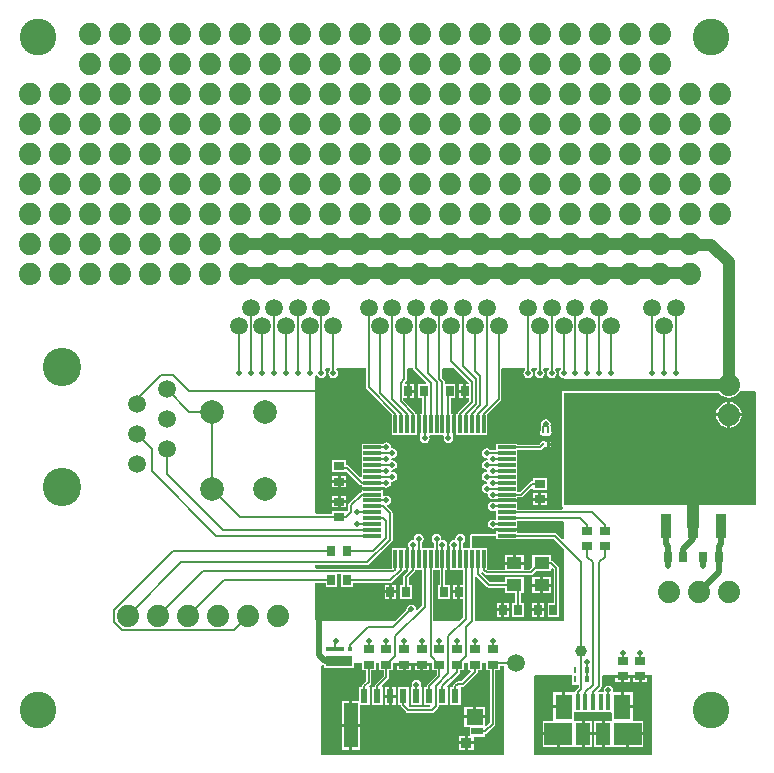
<source format=gtl>
G04 Layer_Physical_Order=1*
G04 Layer_Color=11767835*
%FSLAX25Y25*%
%MOIN*%
G70*
G01*
G75*
%ADD10C,0.05906*%
%ADD11C,0.00984*%
%ADD12R,0.01378X0.01181*%
%ADD13R,0.06201X0.01181*%
%ADD14R,0.08661X0.03740*%
%ADD15R,0.01181X0.05906*%
%ADD16R,0.05906X0.01181*%
%ADD17R,0.05118X0.04134*%
%ADD18R,0.03543X0.02756*%
%ADD19R,0.03937X0.02362*%
%ADD20R,0.03740X0.03347*%
%ADD21R,0.02362X0.04921*%
%ADD22R,0.04724X0.14921*%
%ADD23R,0.05709X0.05512*%
%ADD24R,0.09350X0.07480*%
%ADD25R,0.04626X0.07480*%
%ADD26R,0.01772X0.05433*%
%ADD27R,0.05807X0.08268*%
%ADD28R,0.00984X0.02461*%
%ADD29R,0.01772X0.02461*%
%ADD30R,0.02756X0.03543*%
%ADD31R,0.12795X0.08465*%
%ADD32R,0.03740X0.08465*%
%ADD33C,0.03937*%
%ADD34C,0.00591*%
%ADD35C,0.01969*%
%ADD36R,0.15748X0.11811*%
%ADD37C,0.07400*%
%ADD38C,0.12205*%
%ADD39C,0.12795*%
%ADD40C,0.07874*%
%ADD41C,0.01969*%
%ADD42C,0.03937*%
G36*
X143782Y50571D02*
X142212Y49001D01*
X141751Y49247D01*
X141763Y49309D01*
X141641Y49923D01*
X141293Y50444D01*
X140772Y50792D01*
X140157Y50914D01*
X139543Y50792D01*
X139022Y50444D01*
X138674Y49923D01*
X138552Y49309D01*
X138606Y49035D01*
X134847Y45276D01*
X108621D01*
X108268Y45629D01*
X108268Y58152D01*
X111614D01*
Y56693D01*
X115551D01*
Y61105D01*
X116732D01*
Y56693D01*
X120669D01*
Y58152D01*
X133268D01*
X133613Y58221D01*
X133906Y58416D01*
X137450Y61960D01*
X137645Y62253D01*
X137714Y62598D01*
X138818D01*
X139009Y62137D01*
X137747Y60875D01*
X137551Y60582D01*
X137483Y60236D01*
Y57480D01*
X136417D01*
Y52756D01*
X140354D01*
Y57480D01*
X139289D01*
Y59862D01*
X141387Y61960D01*
X141387Y61960D01*
X141582Y62253D01*
X141594Y62310D01*
X141651Y62598D01*
X143782D01*
Y50571D01*
D02*
G37*
G36*
X164961Y28937D02*
X166420D01*
Y11595D01*
X165264Y10439D01*
X164764Y10646D01*
Y13083D01*
X157874D01*
Y10236D01*
X159646D01*
Y7087D01*
X159063D01*
Y5323D01*
X161024D01*
Y6890D01*
X164764D01*
Y7758D01*
X164764D01*
X165109Y7827D01*
X165402Y8023D01*
X167962Y10582D01*
X168157Y10875D01*
X168226Y11220D01*
Y28937D01*
X169685D01*
Y30593D01*
X171260D01*
Y903D01*
X110236D01*
Y30545D01*
X110736Y30812D01*
X110901Y30702D01*
X111003Y30681D01*
X111221Y30638D01*
Y29724D01*
X121063D01*
Y31496D01*
X123622D01*
Y28937D01*
X125081D01*
Y25374D01*
X123968Y24261D01*
X123772Y23968D01*
X123703Y23622D01*
Y23425D01*
X122835D01*
Y18661D01*
X120579D01*
Y11110D01*
X123031D01*
Y17323D01*
X126378D01*
Y23425D01*
X126340D01*
X126149Y23887D01*
X126623Y24361D01*
X126623Y24361D01*
X126819Y24654D01*
X126830Y24712D01*
X126887Y25000D01*
X126887Y25000D01*
Y28937D01*
X128346D01*
Y31496D01*
X129527D01*
Y28937D01*
X130987D01*
Y27146D01*
X128298Y24457D01*
X128103Y24164D01*
X128034Y23819D01*
Y23425D01*
X127165D01*
Y17323D01*
X130709D01*
Y23425D01*
X130528D01*
X130321Y23925D01*
X132528Y26133D01*
X132724Y26426D01*
X132793Y26772D01*
Y28937D01*
X134252D01*
Y31496D01*
X135433D01*
Y31405D01*
X137795D01*
X140157D01*
Y31496D01*
X141339D01*
Y31405D01*
X143701D01*
X146063D01*
Y31496D01*
X147244D01*
Y28937D01*
X148703D01*
Y27343D01*
X145621Y24261D01*
X145425Y23968D01*
X145357Y23622D01*
Y23425D01*
X144488D01*
Y17323D01*
X146318D01*
X146568Y16823D01*
X146439Y16651D01*
X139557D01*
X139394Y16848D01*
X139370Y17323D01*
X139370D01*
X139370Y17323D01*
Y23425D01*
X135827D01*
Y17323D01*
X136695D01*
X136764Y16977D01*
X136960Y16684D01*
X138535Y15109D01*
X138828Y14914D01*
X139173Y14845D01*
X139173Y14845D01*
X147047D01*
X147393Y14914D01*
X147686Y15109D01*
X149064Y16487D01*
X149260Y16780D01*
X149328Y17126D01*
Y17323D01*
X152362D01*
Y23425D01*
X152324D01*
X152133Y23887D01*
X156150Y27905D01*
X156346Y28198D01*
X156415Y28543D01*
Y28937D01*
X157874D01*
Y31496D01*
X159055D01*
Y28937D01*
X159827D01*
X160034Y28437D01*
X156909Y25313D01*
X155709D01*
X155363Y25244D01*
X155070Y25048D01*
X154283Y24261D01*
X154087Y23968D01*
X154018Y23622D01*
Y23425D01*
X153150D01*
Y17323D01*
X156693D01*
Y23425D01*
X157159Y23506D01*
X157283D01*
X157629Y23575D01*
X157922Y23771D01*
X162056Y27905D01*
X162252Y28198D01*
X162320Y28543D01*
Y28937D01*
X163779D01*
Y31496D01*
X164961D01*
Y28937D01*
D02*
G37*
G36*
X168504Y72638D02*
X175591D01*
Y72916D01*
X187618D01*
X190945Y69589D01*
Y45276D01*
X161498D01*
X161336Y45472D01*
Y60124D01*
X161545Y60251D01*
X161836Y60312D01*
X165306Y56842D01*
X165599Y56646D01*
X165657Y56634D01*
X165945Y56577D01*
X165945Y56577D01*
X171457D01*
Y54724D01*
X174884D01*
Y51575D01*
X173819D01*
Y46850D01*
X177756D01*
Y51575D01*
X176691D01*
Y54724D01*
X177756D01*
Y60039D01*
X171457D01*
Y58384D01*
X166319D01*
X163449Y61253D01*
X163472Y61512D01*
X163990Y61701D01*
X164716Y60975D01*
X165009Y60780D01*
X165354Y60711D01*
X180118D01*
X180464Y60780D01*
X180757Y60975D01*
X181789Y62008D01*
X186811D01*
Y62833D01*
X187273Y63024D01*
X187680Y62618D01*
Y51575D01*
X185630D01*
Y46850D01*
X189567D01*
Y51575D01*
X189486D01*
Y62992D01*
X189417Y63338D01*
X189221Y63631D01*
X189221Y63631D01*
X187548Y65304D01*
X187255Y65500D01*
X186909Y65569D01*
X186811D01*
Y67323D01*
X180512D01*
Y63285D01*
X179744Y62517D01*
X177756D01*
Y64165D01*
X174606D01*
X171457D01*
Y62517D01*
X165728D01*
X165551Y62695D01*
Y69685D01*
X160433D01*
Y73819D01*
X168504D01*
Y72638D01*
D02*
G37*
G36*
X255002Y121694D02*
Y84055D01*
X190945D01*
Y121592D01*
X242635D01*
X243003Y121113D01*
X243899Y120425D01*
X244943Y119993D01*
X246063Y119846D01*
X247183Y119993D01*
X248227Y120425D01*
X249123Y121113D01*
X249811Y122009D01*
X249826Y122047D01*
X254649D01*
X255002Y121694D01*
D02*
G37*
G36*
X193799Y27559D02*
Y27262D01*
Y24215D01*
X195947D01*
Y23209D01*
X195031Y22292D01*
X194862Y22039D01*
X194587Y21654D01*
Y21654D01*
X191593D01*
Y16929D01*
X191093D01*
Y16429D01*
X187598D01*
Y12705D01*
X187598Y12205D01*
X187098Y12205D01*
X187098D01*
X184006D01*
Y8374D01*
X189272D01*
Y7874D01*
X189772D01*
Y3543D01*
X194037D01*
X194537Y3543D01*
X194537D01*
X195037Y3543D01*
X196941D01*
Y7874D01*
Y12205D01*
X195087D01*
X195037D01*
X194971D01*
X194587Y12205D01*
Y12289D01*
Y12426D01*
X194587Y12684D01*
Y12705D01*
Y15000D01*
X206635D01*
X206988Y14646D01*
Y12705D01*
Y12684D01*
X206988Y12426D01*
Y12289D01*
Y12205D01*
X206604Y12205D01*
X206537D01*
X206488D01*
X206488D01*
X204634D01*
Y7874D01*
Y3543D01*
X206537D01*
X207037Y3543D01*
X207037D01*
X207537Y3543D01*
X211803D01*
Y7874D01*
X212303D01*
Y8374D01*
X217569D01*
Y12205D01*
X214476D01*
X213976Y12205D01*
X213976Y12705D01*
Y16429D01*
X210482D01*
Y16929D01*
X209982D01*
Y21654D01*
X207829D01*
X207454Y22153D01*
X207511Y22441D01*
X207389Y23055D01*
X207041Y23576D01*
X206520Y23924D01*
X205906Y24047D01*
X205291Y23924D01*
X204770Y23576D01*
X204422Y23055D01*
X204300Y22441D01*
X204365Y22114D01*
X204008Y21614D01*
X202679D01*
X202487Y22076D01*
X203395Y22983D01*
X203590Y23276D01*
X203659Y23622D01*
Y24215D01*
X203839D01*
Y27059D01*
X204216Y27559D01*
X208268D01*
Y27468D01*
X210630D01*
X213255D01*
X213346Y27559D01*
X214173D01*
Y27468D01*
X216535D01*
X219161D01*
X219251Y27559D01*
X220472D01*
Y903D01*
X181102D01*
Y27206D01*
X181456Y27559D01*
X193799D01*
D02*
G37*
G36*
X113270Y129921D02*
Y129243D01*
X113038Y129088D01*
X112690Y128567D01*
X112568Y127953D01*
X112690Y127338D01*
X113038Y126817D01*
X113559Y126469D01*
X114173Y126347D01*
X114788Y126469D01*
X115309Y126817D01*
X115657Y127338D01*
X115779Y127953D01*
X115657Y128567D01*
X115309Y129088D01*
X115239Y129135D01*
X115211Y129512D01*
X115600Y129921D01*
X125081D01*
Y123425D01*
X125150Y123080D01*
X125346Y122787D01*
X133661Y114471D01*
Y107480D01*
X142217D01*
Y111024D01*
Y114567D01*
X141651D01*
Y114567D01*
X141582Y114913D01*
X141387Y115206D01*
X137517Y119075D01*
Y119685D01*
X138673D01*
Y122047D01*
Y124409D01*
X138205D01*
X137998Y124909D01*
X138434Y125346D01*
X138434Y125346D01*
X138630Y125639D01*
X138641Y125696D01*
X138698Y125984D01*
X138698Y125984D01*
Y129568D01*
X139052Y129921D01*
X140829D01*
Y129724D01*
X140898Y129379D01*
X141094Y129086D01*
X145270Y124909D01*
X145063Y124409D01*
X142323D01*
Y119685D01*
X143782D01*
Y114567D01*
X143217D01*
Y111024D01*
Y107036D01*
X143246Y106980D01*
X143202Y106914D01*
X143079Y106299D01*
X143202Y105685D01*
X143550Y105164D01*
X144071Y104816D01*
X144685Y104694D01*
X145299Y104816D01*
X145820Y105164D01*
X146168Y105685D01*
X146291Y106299D01*
X146168Y106914D01*
X146124Y106980D01*
X146391Y107480D01*
X150853D01*
X151120Y106980D01*
X151076Y106914D01*
X150953Y106299D01*
X151076Y105685D01*
X151424Y105164D01*
X151945Y104816D01*
X152559Y104694D01*
X153173Y104816D01*
X153694Y105164D01*
X154042Y105685D01*
X154165Y106299D01*
X154042Y106914D01*
X153998Y106980D01*
X154028Y107036D01*
Y111024D01*
Y114567D01*
X153462D01*
Y119685D01*
X154921D01*
Y124409D01*
X151494D01*
Y125000D01*
X151494Y125000D01*
X151436Y125288D01*
X151425Y125346D01*
X151229Y125639D01*
X151229Y125639D01*
X150510Y126358D01*
Y129568D01*
X150863Y129921D01*
X154431D01*
X159443Y124909D01*
X159321Y124409D01*
X158571D01*
Y122047D01*
Y119685D01*
X159530D01*
Y118878D01*
X155857Y115206D01*
X155662Y114913D01*
X155593Y114567D01*
Y114567D01*
X155028D01*
Y111024D01*
Y107480D01*
X165551D01*
Y114471D01*
X169930Y118850D01*
X170126Y119143D01*
X170137Y119200D01*
X170194Y119488D01*
X170194Y119488D01*
Y129568D01*
X170548Y129921D01*
X178231D01*
Y129243D01*
X177998Y129088D01*
X177650Y128567D01*
X177528Y127953D01*
X177650Y127338D01*
X177998Y126817D01*
X178519Y126469D01*
X179134Y126347D01*
X179748Y126469D01*
X180269Y126817D01*
X180617Y127338D01*
X180739Y127953D01*
X180617Y128567D01*
X180269Y129088D01*
X180199Y129135D01*
X180172Y129512D01*
X180560Y129921D01*
X182168D01*
Y129243D01*
X181936Y129088D01*
X181587Y128567D01*
X181465Y127953D01*
X181587Y127338D01*
X181936Y126817D01*
X182456Y126469D01*
X183071Y126347D01*
X183685Y126469D01*
X184206Y126817D01*
X184554Y127338D01*
X184677Y127953D01*
X184554Y128567D01*
X184206Y129088D01*
X184136Y129135D01*
X184109Y129512D01*
X184497Y129921D01*
X186105D01*
Y129243D01*
X185872Y129088D01*
X185524Y128567D01*
X185402Y127953D01*
X185524Y127338D01*
X185872Y126817D01*
X186393Y126469D01*
X187008Y126347D01*
X187622Y126469D01*
X188143Y126817D01*
X188491Y127338D01*
X188613Y127953D01*
X188491Y128567D01*
X188143Y129088D01*
X188073Y129135D01*
X188046Y129512D01*
X188434Y129921D01*
X190042D01*
Y129243D01*
X189810Y129088D01*
X189461Y128567D01*
X189339Y127953D01*
X189461Y127338D01*
X189810Y126817D01*
X190330Y126469D01*
X190945Y126347D01*
X190945Y126347D01*
Y122231D01*
X190945D01*
X190493Y122044D01*
X190306Y121592D01*
Y84055D01*
X190493Y83603D01*
X190729Y83505D01*
X190840Y82954D01*
X190577Y82596D01*
X175591D01*
Y84449D01*
Y85130D01*
X172047D01*
X168059D01*
X168004Y85100D01*
X167937Y85145D01*
X167323Y85267D01*
X166708Y85145D01*
X166188Y84797D01*
X165839Y84276D01*
X165717Y83661D01*
X165839Y83047D01*
X166188Y82526D01*
X166708Y82178D01*
X167323Y82056D01*
X167937Y82178D01*
X168004Y82222D01*
X168504Y81955D01*
Y80512D01*
Y79462D01*
X168004Y79195D01*
X167937Y79239D01*
X167323Y79362D01*
X166708Y79239D01*
X166188Y78891D01*
X165839Y78370D01*
X165717Y77756D01*
X165839Y77141D01*
X166188Y76621D01*
X166708Y76272D01*
X167323Y76150D01*
X167937Y76272D01*
X168004Y76317D01*
X168059Y76287D01*
X172047D01*
X175591D01*
Y76575D01*
Y78543D01*
Y78821D01*
X190591D01*
X190945Y78468D01*
Y72797D01*
X190483Y72605D01*
X188631Y74458D01*
X188338Y74653D01*
X187992Y74722D01*
X175591D01*
Y75287D01*
X172047D01*
X168504D01*
Y74606D01*
Y74458D01*
X160433D01*
X159981Y74271D01*
X159794Y73819D01*
Y69685D01*
X157399D01*
Y71544D01*
X157631Y71699D01*
X157980Y72220D01*
X158102Y72835D01*
X157980Y73449D01*
X157631Y73970D01*
X157111Y74318D01*
X156496Y74440D01*
X155882Y74318D01*
X155361Y73970D01*
X155013Y73449D01*
X154890Y72835D01*
X154893Y72823D01*
X154539Y72470D01*
X154528Y72472D01*
X153913Y72350D01*
X153392Y72001D01*
X153044Y71481D01*
X152922Y70866D01*
X153044Y70252D01*
X153089Y70185D01*
X153059Y70130D01*
Y66142D01*
Y62598D01*
X157561D01*
Y57480D01*
X156602D01*
Y55118D01*
Y52756D01*
X157561D01*
Y46634D01*
X156203Y45276D01*
X147557D01*
Y62598D01*
X149687D01*
Y57480D01*
X149016D01*
Y52756D01*
X152953D01*
Y57480D01*
X151494D01*
Y62598D01*
X152059D01*
Y66142D01*
Y70130D01*
X152029Y70185D01*
X152074Y70252D01*
X152196Y70866D01*
X152074Y71481D01*
X151726Y72001D01*
X151205Y72350D01*
X150591Y72472D01*
X150579Y72470D01*
X150225Y72823D01*
X150228Y72835D01*
X150106Y73449D01*
X149757Y73970D01*
X149237Y74318D01*
X148622Y74440D01*
X148008Y74318D01*
X147487Y73970D01*
X147139Y73449D01*
X147016Y72835D01*
X147139Y72220D01*
X147487Y71699D01*
X147719Y71544D01*
Y69685D01*
X143620D01*
Y71544D01*
X143852Y71699D01*
X144200Y72220D01*
X144322Y72835D01*
X144200Y73449D01*
X143852Y73970D01*
X143331Y74318D01*
X142717Y74440D01*
X142102Y74318D01*
X141581Y73970D01*
X141233Y73449D01*
X141125Y72907D01*
X141020Y72730D01*
X140853Y72562D01*
X140676Y72457D01*
X140134Y72350D01*
X139613Y72001D01*
X139265Y71481D01*
X139142Y70866D01*
X139265Y70252D01*
X139309Y70185D01*
X139279Y70130D01*
Y66142D01*
X138279D01*
Y69685D01*
X133661D01*
Y62911D01*
X108621D01*
X108268Y63265D01*
Y64057D01*
X125591D01*
X125936Y64126D01*
X126229Y64322D01*
X133710Y71802D01*
X133905Y72095D01*
X133974Y72441D01*
Y81299D01*
X133905Y81645D01*
X133710Y81938D01*
X132093Y83555D01*
X132257Y84097D01*
X132504Y84146D01*
X133025Y84495D01*
X133373Y85015D01*
X133495Y85630D01*
X133373Y86244D01*
X133025Y86765D01*
X132504Y87113D01*
X131890Y87236D01*
X131275Y87113D01*
X131209Y87069D01*
X130709Y87336D01*
Y88386D01*
Y89067D01*
X127165D01*
X123622D01*
Y88502D01*
X123622D01*
X123276Y88433D01*
X122983Y88237D01*
X119440Y84694D01*
X119244Y84401D01*
X119176Y84055D01*
Y82301D01*
X118977Y82152D01*
X118504Y82087D01*
Y82087D01*
X113779D01*
Y81021D01*
X108621D01*
X108268Y81375D01*
X108268Y127159D01*
X108730Y127323D01*
X108768Y127316D01*
X109101Y126817D01*
X109622Y126469D01*
X110236Y126347D01*
X110851Y126469D01*
X111372Y126817D01*
X111720Y127338D01*
X111842Y127953D01*
X111720Y128567D01*
X111372Y129088D01*
X111302Y129135D01*
X111275Y129512D01*
X111662Y129921D01*
X113270D01*
D02*
G37*
%LPC*%
G36*
X137295Y30406D02*
X135433D01*
Y28937D01*
X137295D01*
Y30406D01*
D02*
G37*
G36*
X218898Y26469D02*
X217035D01*
Y25000D01*
X218898D01*
Y26469D01*
D02*
G37*
G36*
X143201Y30406D02*
X141339D01*
Y28937D01*
X143201D01*
Y30406D01*
D02*
G37*
G36*
X140157Y30406D02*
X138295D01*
Y28937D01*
X140157D01*
Y30406D01*
D02*
G37*
G36*
X212992Y26469D02*
X211130D01*
Y25000D01*
X212992D01*
Y26469D01*
D02*
G37*
G36*
X135039Y23425D02*
X133768D01*
Y20874D01*
X135039D01*
Y23425D01*
D02*
G37*
G36*
X216035Y26469D02*
X214173D01*
Y25000D01*
X216035D01*
Y26469D01*
D02*
G37*
G36*
X210130Y26469D02*
X208268D01*
Y25000D01*
X210130D01*
Y26469D01*
D02*
G37*
G36*
X172638Y51575D02*
X171169D01*
Y49713D01*
X172638D01*
Y51575D01*
D02*
G37*
G36*
X170169D02*
X168701D01*
Y49713D01*
X170169D01*
Y51575D01*
D02*
G37*
G36*
X184449D02*
X182980D01*
Y49713D01*
X184449D01*
Y51575D01*
D02*
G37*
G36*
X181980D02*
X180512D01*
Y49713D01*
X181980D01*
Y51575D01*
D02*
G37*
G36*
X184449Y48713D02*
X182980D01*
Y46850D01*
X184449D01*
Y48713D01*
D02*
G37*
G36*
X170169D02*
X168701D01*
Y46850D01*
X170169D01*
Y48713D01*
D02*
G37*
G36*
X146063Y30406D02*
X144201D01*
Y28937D01*
X146063D01*
Y30406D01*
D02*
G37*
G36*
X181980Y48713D02*
X180512D01*
Y46850D01*
X181980D01*
Y48713D01*
D02*
G37*
G36*
X172638D02*
X171169D01*
Y46850D01*
X172638D01*
Y48713D01*
D02*
G37*
G36*
X132768Y23425D02*
X131496D01*
Y20874D01*
X132768D01*
Y23425D01*
D02*
G37*
G36*
X200344Y7374D02*
X197941D01*
Y3543D01*
X200344D01*
Y7374D01*
D02*
G37*
G36*
X203634D02*
X201230D01*
Y3543D01*
X203634D01*
Y7374D01*
D02*
G37*
G36*
X158063Y7087D02*
X156102D01*
Y5323D01*
X158063D01*
Y7087D01*
D02*
G37*
G36*
X217569Y7374D02*
X212803D01*
Y3543D01*
X217569D01*
Y7374D01*
D02*
G37*
G36*
X188772Y7374D02*
X184006D01*
Y3543D01*
X188772D01*
Y7374D01*
D02*
G37*
G36*
X161024Y4323D02*
X159063D01*
Y2559D01*
X161024D01*
Y4323D01*
D02*
G37*
G36*
X158063D02*
X156102D01*
Y2559D01*
X158063D01*
Y4323D01*
D02*
G37*
G36*
X123031Y10110D02*
X120579D01*
Y2559D01*
X123031D01*
Y10110D01*
D02*
G37*
G36*
X119579D02*
X117126D01*
Y2559D01*
X119579D01*
Y10110D01*
D02*
G37*
G36*
X203634Y12205D02*
X201230D01*
Y8374D01*
X203634D01*
Y12205D01*
D02*
G37*
G36*
X141929Y25818D02*
X141315Y25696D01*
X140794Y25348D01*
X140446Y24827D01*
X140323Y24213D01*
X140381Y23925D01*
X140157Y23425D01*
X140157D01*
X140157Y23425D01*
Y17323D01*
X143701D01*
Y23425D01*
X143701Y23425D01*
X143701D01*
X143478Y23925D01*
X143535Y24213D01*
X143413Y24827D01*
X143064Y25348D01*
X142544Y25696D01*
X141929Y25818D01*
D02*
G37*
G36*
X135039Y19874D02*
X133768D01*
Y17323D01*
X135039D01*
Y19874D01*
D02*
G37*
G36*
X213976Y21654D02*
X210982D01*
Y17429D01*
X213976D01*
Y21654D01*
D02*
G37*
G36*
X190593D02*
X187598D01*
Y17429D01*
X190593D01*
Y21654D01*
D02*
G37*
G36*
X132768Y19874D02*
X131496D01*
Y17323D01*
X132768D01*
Y19874D01*
D02*
G37*
G36*
X119579Y18661D02*
X117126D01*
Y11110D01*
X119579D01*
Y18661D01*
D02*
G37*
G36*
X200344Y12205D02*
X197941D01*
Y8374D01*
X200344D01*
Y12205D01*
D02*
G37*
G36*
X164764Y16929D02*
X161819D01*
Y14083D01*
X164764D01*
Y16929D01*
D02*
G37*
G36*
X160819D02*
X157874D01*
Y14083D01*
X160819D01*
Y16929D01*
D02*
G37*
G36*
X155602Y54618D02*
X154134D01*
Y52756D01*
X155602D01*
Y54618D01*
D02*
G37*
G36*
X233752Y104823D02*
X227264D01*
Y100500D01*
X233752D01*
Y104823D01*
D02*
G37*
G36*
X131890Y104952D02*
X131275Y104830D01*
X131131Y104734D01*
X130709Y104528D01*
X130709D01*
X130709Y104527D01*
X130709Y104527D01*
X123622D01*
Y102165D01*
Y100197D01*
Y98228D01*
Y96260D01*
Y94291D01*
Y93466D01*
X123160Y93275D01*
X119339Y97095D01*
X119046Y97291D01*
X118701Y97360D01*
X118504D01*
Y99016D01*
X113779D01*
Y95079D01*
X118504D01*
X118504Y95079D01*
Y95079D01*
X118953Y94927D01*
X122983Y90897D01*
X123276Y90701D01*
X123334Y90690D01*
X123622Y90632D01*
Y90354D01*
Y90067D01*
X127165D01*
X131153D01*
X131209Y90096D01*
X131275Y90052D01*
X131890Y89930D01*
X132504Y90052D01*
X133025Y90400D01*
X133373Y90921D01*
X133481Y91464D01*
X133586Y91640D01*
X133847Y91901D01*
X133858Y91898D01*
X134473Y92020D01*
X134994Y92369D01*
X135342Y92889D01*
X135464Y93504D01*
X135342Y94118D01*
X134994Y94639D01*
X134473Y94987D01*
X133858Y95110D01*
X133847Y95107D01*
X133586Y95368D01*
X133524Y95473D01*
X133586Y95577D01*
X133847Y95838D01*
X133858Y95835D01*
X134473Y95957D01*
X134994Y96306D01*
X135342Y96826D01*
X135464Y97441D01*
X135342Y98055D01*
X134994Y98576D01*
X134473Y98924D01*
X133858Y99047D01*
X133847Y99044D01*
X133586Y99305D01*
X133524Y99410D01*
X133586Y99514D01*
X133847Y99775D01*
X133858Y99772D01*
X134473Y99894D01*
X134994Y100243D01*
X135342Y100763D01*
X135464Y101378D01*
X135342Y101992D01*
X134994Y102513D01*
X134473Y102861D01*
X133858Y102984D01*
X133847Y102981D01*
X133586Y103242D01*
X133481Y103418D01*
X133373Y103961D01*
X133025Y104482D01*
X132504Y104830D01*
X131890Y104952D01*
D02*
G37*
G36*
X241240Y104823D02*
X234752D01*
Y100500D01*
X241240D01*
Y104823D01*
D02*
G37*
G36*
X184232Y105435D02*
X184199Y105428D01*
X184199D01*
D01*
X183810Y105351D01*
X183752Y105312D01*
X183452Y105111D01*
X183212Y104753D01*
X183171Y104547D01*
X182874Y104250D01*
X175591D01*
Y104527D01*
X168504D01*
Y102281D01*
X166645D01*
X166490Y102513D01*
X165969Y102861D01*
X165354Y102984D01*
X164740Y102861D01*
X164219Y102513D01*
X163871Y101992D01*
X163749Y101378D01*
X163871Y100763D01*
X164219Y100243D01*
X164740Y99894D01*
X165354Y99772D01*
X165366Y99775D01*
X165719Y99421D01*
X165717Y99410D01*
X165719Y99398D01*
X165366Y99044D01*
X165354Y99047D01*
X164740Y98924D01*
X164219Y98576D01*
X163871Y98055D01*
X163749Y97441D01*
X163871Y96826D01*
X164219Y96306D01*
X164740Y95957D01*
X165354Y95835D01*
X165404Y95472D01*
X165354Y95110D01*
X164740Y94987D01*
X164219Y94639D01*
X163871Y94118D01*
X163749Y93504D01*
X163871Y92889D01*
X164219Y92369D01*
X164740Y92020D01*
X165354Y91898D01*
X165404Y91535D01*
X165354Y91173D01*
X164740Y91050D01*
X164219Y90702D01*
X163871Y90181D01*
X163749Y89567D01*
X163871Y88952D01*
X164219Y88432D01*
X164740Y88083D01*
X165354Y87961D01*
X165366Y87964D01*
X165719Y87610D01*
X165717Y87598D01*
X165839Y86984D01*
X166188Y86463D01*
X166708Y86115D01*
X167323Y85993D01*
X167937Y86115D01*
X168004Y86159D01*
X168059Y86130D01*
X172047D01*
X175591D01*
Y86417D01*
Y86695D01*
X176772D01*
X177117Y86764D01*
X177410Y86960D01*
X180209Y89758D01*
X180709Y89551D01*
Y89173D01*
X185433D01*
Y93110D01*
X180709D01*
Y92337D01*
X180315Y92045D01*
X180027Y91988D01*
X179969Y91976D01*
X179676Y91780D01*
X176398Y88502D01*
X175591D01*
Y90354D01*
Y92323D01*
Y94291D01*
Y96260D01*
Y98228D01*
Y100197D01*
Y102165D01*
Y102443D01*
X183248D01*
X183594Y102512D01*
X183887Y102708D01*
X184234Y103056D01*
X184655Y103311D01*
D01*
X185039Y103486D01*
X185346Y103346D01*
Y104331D01*
Y105315D01*
X185039Y105176D01*
X184687Y105336D01*
X184655Y105351D01*
X184655D01*
X184654Y105351D01*
X184232Y105435D01*
D02*
G37*
G36*
X186814Y103831D02*
X186346D01*
Y103363D01*
X186627Y103550D01*
X186814Y103831D01*
D02*
G37*
G36*
X115642Y93898D02*
X113779D01*
Y92429D01*
X115642D01*
Y93898D01*
D02*
G37*
G36*
X118504Y91429D02*
X116642D01*
Y89961D01*
X118504D01*
Y91429D01*
D02*
G37*
G36*
Y93898D02*
X116642D01*
Y92429D01*
X118504D01*
Y93898D01*
D02*
G37*
G36*
X241240Y99500D02*
X234752D01*
Y95177D01*
X241240D01*
Y99500D01*
D02*
G37*
G36*
X233752D02*
X227264D01*
Y95177D01*
X233752D01*
Y99500D01*
D02*
G37*
G36*
X141142Y121547D02*
X139673D01*
Y119685D01*
X141142D01*
Y121547D01*
D02*
G37*
G36*
X246563Y118435D02*
Y114673D01*
X250325D01*
X250243Y115293D01*
X249811Y116337D01*
X249123Y117233D01*
X248227Y117921D01*
X247183Y118353D01*
X246563Y118435D01*
D02*
G37*
G36*
X157571Y121547D02*
X156102D01*
Y119685D01*
X157571D01*
Y121547D01*
D02*
G37*
G36*
Y124409D02*
X156102D01*
Y122547D01*
X157571D01*
Y124409D01*
D02*
G37*
G36*
X141142Y124409D02*
X139673D01*
Y122547D01*
X141142D01*
Y124409D01*
D02*
G37*
G36*
X185039Y112629D02*
X184425Y112507D01*
X183904Y112159D01*
X183556Y111638D01*
X183434Y111024D01*
X183496Y110709D01*
X183398Y110562D01*
X183329Y110216D01*
Y108865D01*
X183212Y108690D01*
X183128Y108268D01*
X183212Y107845D01*
X183452Y107487D01*
X183752Y107287D01*
X183810Y107248D01*
X184199Y107170D01*
D01*
D01*
X184199D01*
X184232Y107164D01*
X184654Y107248D01*
X184655Y107248D01*
X184655D01*
X184687Y107263D01*
X185039Y107423D01*
X185392Y107263D01*
X185424Y107248D01*
X185424D01*
X185425Y107248D01*
X185846Y107164D01*
X185880Y107170D01*
X185880D01*
D01*
X186269Y107248D01*
X186327Y107287D01*
X186627Y107487D01*
X186866Y107845D01*
X186950Y108268D01*
X186866Y108690D01*
X186750Y108865D01*
Y110216D01*
X186750Y110216D01*
X186681Y110562D01*
X186583Y110709D01*
X186645Y111024D01*
X186523Y111638D01*
X186175Y112159D01*
X185654Y112507D01*
X185039Y112629D01*
D02*
G37*
G36*
X186346Y105299D02*
Y104831D01*
X186814D01*
X186627Y105111D01*
X186346Y105299D01*
D02*
G37*
G36*
X245563Y113673D02*
X241801D01*
X241883Y113053D01*
X242315Y112009D01*
X243003Y111113D01*
X243899Y110425D01*
X244943Y109993D01*
X245563Y109912D01*
Y113673D01*
D02*
G37*
G36*
Y118435D02*
X244943Y118353D01*
X243899Y117921D01*
X243003Y117233D01*
X242315Y116337D01*
X241883Y115293D01*
X241801Y114673D01*
X245563D01*
Y118435D01*
D02*
G37*
G36*
X250325Y113673D02*
X246563D01*
Y109912D01*
X247183Y109993D01*
X248227Y110425D01*
X249123Y111113D01*
X249811Y112009D01*
X250243Y113053D01*
X250325Y113673D01*
D02*
G37*
G36*
X155602Y57480D02*
X154134D01*
Y55618D01*
X155602D01*
Y57480D01*
D02*
G37*
G36*
X135236Y57480D02*
X133768D01*
Y55618D01*
X135236D01*
Y57480D01*
D02*
G37*
G36*
X183161Y60039D02*
X180512D01*
Y57882D01*
X183161D01*
Y60039D01*
D02*
G37*
G36*
X174106Y67323D02*
X171457D01*
Y65165D01*
X174106D01*
Y67323D01*
D02*
G37*
G36*
X186811Y60039D02*
X184161D01*
Y57882D01*
X186811D01*
Y60039D01*
D02*
G37*
G36*
X135236Y54618D02*
X133768D01*
Y52756D01*
X135236D01*
Y54618D01*
D02*
G37*
G36*
X132768D02*
X131299D01*
Y52756D01*
X132768D01*
Y54618D01*
D02*
G37*
G36*
X183161Y56882D02*
X180512D01*
Y54724D01*
X183161D01*
Y56882D01*
D02*
G37*
G36*
X132768Y57480D02*
X131299D01*
Y55618D01*
X132768D01*
Y57480D01*
D02*
G37*
G36*
X186811Y56882D02*
X184161D01*
Y54724D01*
X186811D01*
Y56882D01*
D02*
G37*
G36*
X118504Y87205D02*
X116642D01*
Y85736D01*
X118504D01*
Y87205D01*
D02*
G37*
G36*
X115642D02*
X113779D01*
Y85736D01*
X115642D01*
Y87205D01*
D02*
G37*
G36*
X182571Y87992D02*
X180709D01*
Y86524D01*
X182571D01*
Y87992D01*
D02*
G37*
G36*
X115642Y91429D02*
X113779D01*
Y89961D01*
X115642D01*
Y91429D01*
D02*
G37*
G36*
X185433Y87992D02*
X183571D01*
Y86524D01*
X185433D01*
Y87992D01*
D02*
G37*
G36*
X115642Y84736D02*
X113779D01*
Y83268D01*
X115642D01*
Y84736D01*
D02*
G37*
G36*
X177756Y67323D02*
X175106D01*
Y65165D01*
X177756D01*
Y67323D01*
D02*
G37*
G36*
X118504Y84736D02*
X116642D01*
Y83268D01*
X118504D01*
Y84736D01*
D02*
G37*
G36*
X185433Y85524D02*
X183571D01*
Y84055D01*
X185433D01*
Y85524D01*
D02*
G37*
G36*
X182571D02*
X180709D01*
Y84055D01*
X182571D01*
Y85524D01*
D02*
G37*
%LPD*%
D10*
X228346Y149606D02*
D03*
X175197Y31496D02*
D03*
X125984Y149606D02*
D03*
X129921Y143701D02*
D03*
X133858Y149606D02*
D03*
X137795Y143701D02*
D03*
X141732Y149606D02*
D03*
X145669Y143701D02*
D03*
X149606Y149606D02*
D03*
X153543Y143701D02*
D03*
X157480Y149606D02*
D03*
X161417Y143701D02*
D03*
X165354Y149606D02*
D03*
X169291Y143701D02*
D03*
X114173D02*
D03*
X110236Y149606D02*
D03*
X86614D02*
D03*
X82677Y143701D02*
D03*
X102362Y149606D02*
D03*
X94488D02*
D03*
X106299Y143701D02*
D03*
X98425D02*
D03*
X90551D02*
D03*
X206693D02*
D03*
X202756Y149606D02*
D03*
X198819Y143701D02*
D03*
X194882Y149606D02*
D03*
X190945Y143701D02*
D03*
X187008Y149606D02*
D03*
X183071Y143701D02*
D03*
X179134Y149606D02*
D03*
X224409Y143701D02*
D03*
X220472Y149606D02*
D03*
X58622Y122736D02*
D03*
X48622Y117736D02*
D03*
X58622Y112736D02*
D03*
X48622Y107736D02*
D03*
X58622Y102736D02*
D03*
X48622Y97736D02*
D03*
D11*
X185846Y108268D02*
D03*
Y104331D02*
D03*
X184232D02*
D03*
Y108268D02*
D03*
D12*
X119783Y36024D02*
D03*
D13*
X114917D02*
D03*
D14*
X116142Y32185D02*
D03*
D15*
X134843Y111024D02*
D03*
X136811D02*
D03*
X138779D02*
D03*
X140748D02*
D03*
X142717D02*
D03*
X144685D02*
D03*
X146653D02*
D03*
X148622D02*
D03*
X150591D02*
D03*
X152559D02*
D03*
X154528D02*
D03*
X156496D02*
D03*
X158465D02*
D03*
X160433D02*
D03*
X162402D02*
D03*
X164370D02*
D03*
X134843Y66142D02*
D03*
X136811D02*
D03*
X138779D02*
D03*
X140748D02*
D03*
X142717D02*
D03*
X144685D02*
D03*
X146653D02*
D03*
X148622D02*
D03*
X150591D02*
D03*
X152559D02*
D03*
X154528D02*
D03*
X156496D02*
D03*
X158465D02*
D03*
X160433D02*
D03*
X162402D02*
D03*
X164370D02*
D03*
D16*
X172047Y103346D02*
D03*
Y101378D02*
D03*
Y99409D02*
D03*
Y97441D02*
D03*
Y95472D02*
D03*
Y93504D02*
D03*
Y91535D02*
D03*
Y89567D02*
D03*
Y87598D02*
D03*
Y85630D02*
D03*
Y83661D02*
D03*
Y81693D02*
D03*
Y79724D02*
D03*
Y77756D02*
D03*
Y75787D02*
D03*
Y73819D02*
D03*
X127165D02*
D03*
Y75787D02*
D03*
Y77756D02*
D03*
Y79724D02*
D03*
Y81693D02*
D03*
Y83661D02*
D03*
Y85630D02*
D03*
Y87598D02*
D03*
Y89567D02*
D03*
Y91535D02*
D03*
Y93504D02*
D03*
Y95472D02*
D03*
Y97441D02*
D03*
Y99409D02*
D03*
Y101378D02*
D03*
Y103346D02*
D03*
D17*
X183661Y64665D02*
D03*
X174606D02*
D03*
Y57382D02*
D03*
X183661D02*
D03*
D18*
X216535Y32087D02*
D03*
Y26969D02*
D03*
X161417Y30906D02*
D03*
Y36024D02*
D03*
X125984Y30906D02*
D03*
Y36024D02*
D03*
X155512Y30906D02*
D03*
Y36024D02*
D03*
X149606Y30906D02*
D03*
Y36024D02*
D03*
X131890Y30906D02*
D03*
Y36024D02*
D03*
X167323Y30906D02*
D03*
Y36024D02*
D03*
X204724Y75394D02*
D03*
Y70276D02*
D03*
X198819Y75394D02*
D03*
Y70276D02*
D03*
X116142Y80118D02*
D03*
Y85236D02*
D03*
X210630Y26969D02*
D03*
Y32087D02*
D03*
X137795Y36024D02*
D03*
Y30906D02*
D03*
X143701Y36024D02*
D03*
Y30906D02*
D03*
X183071Y86024D02*
D03*
Y91142D02*
D03*
X116142Y97047D02*
D03*
Y91929D02*
D03*
D19*
X162205Y8661D02*
D03*
D20*
X158563Y4823D02*
D03*
D21*
X154921Y20374D02*
D03*
X150591D02*
D03*
X146260D02*
D03*
X141929D02*
D03*
X137598D02*
D03*
X133268D02*
D03*
X128937D02*
D03*
X124606D02*
D03*
D22*
X120079Y10610D02*
D03*
D23*
X161319Y13583D02*
D03*
D24*
X212303Y7874D02*
D03*
X189272D02*
D03*
D25*
X204134D02*
D03*
X197441D02*
D03*
D26*
X195669Y18307D02*
D03*
X198228D02*
D03*
X200787D02*
D03*
X203346D02*
D03*
X205906D02*
D03*
D27*
X191093Y16929D02*
D03*
X210482D02*
D03*
D28*
X194882Y29083D02*
D03*
X196850D02*
D03*
X200787D02*
D03*
X202756D02*
D03*
Y26035D02*
D03*
X200787D02*
D03*
X196850D02*
D03*
X194882D02*
D03*
D29*
X198819Y25984D02*
D03*
Y29083D02*
D03*
D30*
X187598Y49213D02*
D03*
X182480D02*
D03*
X150984Y55118D02*
D03*
X156102D02*
D03*
X175787Y49213D02*
D03*
X170669D02*
D03*
X133268Y55118D02*
D03*
X138386D02*
D03*
X158071Y122047D02*
D03*
X152953D02*
D03*
X144291Y122047D02*
D03*
X139173D02*
D03*
X225787Y66929D02*
D03*
X230906D02*
D03*
X237598D02*
D03*
X242717D02*
D03*
X113583Y68898D02*
D03*
X118701D02*
D03*
X113583Y59055D02*
D03*
X118701D02*
D03*
D31*
X234252Y100000D02*
D03*
D32*
Y77165D02*
D03*
X225197D02*
D03*
X243307D02*
D03*
D33*
X188976Y124173D02*
X246063D01*
X222953Y171260D02*
X232953D01*
X212953D02*
X222953D01*
X202953D02*
X212953D01*
X192953D02*
X202953D01*
X182953D02*
X192953D01*
X172953D02*
X182953D01*
X162953D02*
X172953D01*
X152953D02*
X162953D01*
X142953D02*
X152953D01*
X132953D02*
X142953D01*
X122953D02*
X132953D01*
X112953D02*
X122953D01*
X102953D02*
X112953D01*
X92953D02*
X102953D01*
X82953D02*
X92953D01*
X232953D02*
X233347Y170866D01*
X240158D01*
X246063Y164961D01*
Y124173D02*
Y164961D01*
X234252Y77165D02*
Y100000D01*
X82953Y161417D02*
X232953D01*
D34*
X228346Y149606D02*
X228346Y149606D01*
Y127953D02*
Y149606D01*
X224409Y143701D02*
X224410Y143701D01*
Y127953D02*
Y143701D01*
X220472Y149606D02*
X220472Y149606D01*
Y127953D02*
Y149606D01*
X206693Y143701D02*
X206693Y143701D01*
X206693Y127953D02*
Y143701D01*
X202756Y127953D02*
Y149606D01*
X198819Y127953D02*
Y143701D01*
X194882Y149606D02*
X194882Y149606D01*
X194882Y127953D02*
Y149606D01*
X190945Y143701D02*
X190945Y143701D01*
X190945Y127953D02*
Y143701D01*
X187008Y127953D02*
Y149606D01*
X187008Y127953D02*
X187008Y127953D01*
X183071Y127953D02*
Y143701D01*
X179134Y127953D02*
Y149606D01*
X90551Y127953D02*
Y143701D01*
X86614Y127953D02*
Y149606D01*
X82677Y127953D02*
Y143701D01*
X66142Y122047D02*
X110236D01*
X60630Y127559D02*
X66142Y122047D01*
X66201Y115157D02*
X73819D01*
X58622Y122736D02*
X66201Y115157D01*
X73819Y89567D02*
Y115157D01*
Y89567D02*
X83268Y80118D01*
X116142D01*
X56693Y127559D02*
X60630D01*
X48622Y119488D02*
X56693Y127559D01*
X48622Y117736D02*
Y119488D01*
X196850Y35433D02*
Y64961D01*
Y22835D02*
Y35433D01*
X120079Y84055D02*
X123622Y87598D01*
X120079Y81693D02*
Y84055D01*
X118504Y80118D02*
X120079Y81693D01*
X123622Y87598D02*
X127165D01*
X116142Y80118D02*
X118504D01*
X122047Y81693D02*
X122047Y81693D01*
X127165D01*
X122047Y77756D02*
X122047Y77756D01*
X127165D01*
X131890Y85630D02*
X131890Y85630D01*
X127165Y85630D02*
X131890D01*
X133858Y93504D02*
X133858Y93504D01*
X127165Y93504D02*
X133858D01*
X131890Y95472D02*
X131890Y95472D01*
X127165Y95472D02*
X131890D01*
X133858Y97441D02*
X133858Y97441D01*
X127165Y97441D02*
X133858D01*
X131890Y99409D02*
X131890Y99410D01*
X127165Y99409D02*
X131890D01*
X133858Y101378D02*
X133858Y101378D01*
X127165Y101378D02*
X133858D01*
X131890Y103346D02*
X131890Y103347D01*
X127165Y103346D02*
X131890D01*
X187992Y73819D02*
X196850Y64961D01*
X172047Y73819D02*
X187992D01*
X114173Y127953D02*
Y143701D01*
X110236Y127953D02*
Y149606D01*
X106299Y127953D02*
Y143701D01*
X102362Y127953D02*
Y149606D01*
X98425Y127953D02*
Y143701D01*
X94488Y127953D02*
Y149606D01*
X167323Y83661D02*
X167323Y83661D01*
X172047D01*
X148622Y111024D02*
Y125197D01*
X145669Y128150D02*
X148622Y125197D01*
X145669Y128150D02*
Y143701D01*
X136614Y124803D02*
X137795Y125984D01*
X136614Y118701D02*
Y124803D01*
X137795Y125984D02*
Y143701D01*
X163189Y117323D02*
Y126969D01*
X161417Y128740D02*
X163189Y126969D01*
X161417Y128740D02*
Y143701D01*
X157480Y130512D02*
X161811Y126181D01*
Y117913D02*
Y126181D01*
X158465Y114567D02*
X161811Y117913D01*
X160433Y114567D02*
X163189Y117323D01*
X160433Y118504D02*
Y125197D01*
X156496Y114567D02*
X160433Y118504D01*
X156496Y111024D02*
Y114567D01*
X158465Y111024D02*
Y114567D01*
X160433Y111024D02*
Y114567D01*
X165354Y117520D02*
Y149606D01*
X162402Y114567D02*
X165354Y117520D01*
X162402Y111024D02*
Y114567D01*
X169291Y119488D02*
Y143701D01*
X164370Y114567D02*
X169291Y119488D01*
X164370Y111024D02*
Y114567D01*
X157480Y130512D02*
Y149606D01*
X153543Y132087D02*
X160433Y125197D01*
X153543Y132087D02*
Y143701D01*
X150591Y111024D02*
Y125000D01*
X149606Y125984D02*
X150591Y125000D01*
X149606Y125984D02*
Y149606D01*
X146653Y111024D02*
Y124803D01*
X141732Y129724D02*
X146653Y124803D01*
X141732Y129724D02*
Y149606D01*
X136614Y118701D02*
X140748Y114567D01*
Y111024D02*
Y114567D01*
X138779Y111024D02*
Y114567D01*
X133858Y119488D02*
X138779Y114567D01*
X133858Y119488D02*
Y133858D01*
X136811Y111024D02*
Y114567D01*
X129921Y121457D02*
X136811Y114567D01*
X129921Y121457D02*
Y143701D01*
X134843Y111024D02*
Y114567D01*
X125984Y123425D02*
X134843Y114567D01*
X125984Y123425D02*
Y149606D01*
X48622Y107736D02*
X53740Y102618D01*
Y95276D02*
Y102618D01*
Y95276D02*
X75197Y73819D01*
X127165D01*
X58622Y94528D02*
Y102736D01*
Y94528D02*
X77362Y75787D01*
X127165D01*
X133071Y72441D02*
Y81299D01*
X131693Y73228D02*
Y78740D01*
X130709Y83661D02*
X133071Y81299D01*
X127165Y83661D02*
X130709D01*
Y79724D02*
X131693Y78740D01*
X127165Y79724D02*
X130709D01*
X167323Y30906D02*
X167913Y31496D01*
X175197D01*
X180315Y91142D02*
X183071D01*
X176772Y87598D02*
X180315Y91142D01*
X172047Y87598D02*
X176772D01*
X195669Y21654D02*
X196850Y22835D01*
X195669Y18307D02*
Y21654D01*
X205906Y22441D02*
X205906Y22441D01*
X205906Y18307D02*
Y22441D01*
X125787Y43307D02*
X134156D01*
X144685Y50197D02*
Y66142D01*
X134843Y40354D02*
X144685Y50197D01*
X134843Y33858D02*
Y40354D01*
X119783Y37303D02*
X125787Y43307D01*
X150591Y55512D02*
X150984Y55118D01*
X150591Y55512D02*
Y66142D01*
X114961Y38780D02*
Y38890D01*
X114917Y38933D02*
X114961Y38890D01*
X114917Y36024D02*
Y38933D01*
X131890Y30906D02*
X134843Y33858D01*
X202756Y29083D02*
Y64961D01*
X200787Y29083D02*
Y64961D01*
X196457Y79724D02*
X198819Y77362D01*
X172047Y79724D02*
X196457D01*
X200394Y81693D02*
X204724Y77362D01*
X172047Y81693D02*
X200394D01*
X162402Y61024D02*
X165945Y57480D01*
X164370Y62598D02*
X165354Y61614D01*
X180118D01*
X198819Y29083D02*
Y31693D01*
Y25984D02*
Y29083D01*
X165945Y57480D02*
X174508D01*
X162402Y61024D02*
Y66142D01*
X164370Y62598D02*
Y66142D01*
X188583Y50197D02*
Y62992D01*
X186909Y64665D02*
X188583Y62992D01*
X183661Y64665D02*
X186909D01*
X187598Y49213D02*
X188583Y50197D01*
X174606Y57382D02*
X175787Y56201D01*
X174508Y57480D02*
X174606Y57382D01*
X175787Y49213D02*
Y56201D01*
X183169Y64665D02*
X183661D01*
X180118Y61614D02*
X183169Y64665D01*
X198819Y75394D02*
Y77362D01*
X204724Y75394D02*
Y77362D01*
X202756Y26035D02*
Y29083D01*
Y23622D02*
Y26035D01*
X204724Y66929D02*
Y70276D01*
X202756Y64961D02*
X204724Y66929D01*
X200787Y26035D02*
Y29083D01*
Y24213D02*
Y26035D01*
X198819Y66929D02*
Y70276D01*
Y66929D02*
X200787Y64961D01*
X200787Y21654D02*
X202756Y23622D01*
X200787Y18307D02*
Y21654D01*
X198228D02*
X200787Y24213D01*
X198228Y18307D02*
Y21654D01*
X216535Y32087D02*
Y34843D01*
X210630Y32087D02*
Y34843D01*
X167323Y11220D02*
Y30906D01*
X164764Y8661D02*
X167323Y11220D01*
X162205Y8661D02*
X164764D01*
X119783Y36024D02*
Y37303D01*
X146653Y33858D02*
Y66142D01*
X137598Y17323D02*
X139173Y15748D01*
X137598Y17323D02*
Y20374D01*
X146653Y33858D02*
X149606Y30906D01*
X141929Y24213D02*
X141929Y24213D01*
X141929Y20374D02*
Y24213D01*
X167323Y36024D02*
Y38780D01*
X161417Y38780D02*
X161417Y38780D01*
X161417Y36024D02*
Y38780D01*
X155512D02*
X155512Y38780D01*
X155512Y36024D02*
Y38780D01*
X149606D02*
X149606Y38780D01*
X149606Y36024D02*
Y38780D01*
X143701D02*
X143701Y38780D01*
X143701Y36024D02*
Y38780D01*
X137795Y36220D02*
Y38780D01*
X137795Y36220D02*
X137795Y36220D01*
X137795Y36024D02*
Y36220D01*
X131890Y38780D02*
X131890Y38780D01*
X131890Y36024D02*
Y38780D01*
X125984D02*
X125984Y38780D01*
X125984Y36024D02*
Y38780D01*
X157283Y24409D02*
X161417Y28543D01*
X155709Y24409D02*
X157283D01*
X154921Y23622D02*
X155709Y24409D01*
X149606Y26969D02*
Y30906D01*
X146260Y23622D02*
X149606Y26969D01*
X146260Y20374D02*
Y23622D01*
X131890Y26772D02*
Y30906D01*
X128937Y23819D02*
X131890Y26772D01*
X128937Y20374D02*
Y23819D01*
X125984Y25000D02*
Y30906D01*
X124606Y23622D02*
X125984Y25000D01*
X124606Y20374D02*
Y23622D01*
X161417Y28543D02*
Y30906D01*
X154921Y20374D02*
Y23622D01*
X150591Y23622D02*
X155512Y28543D01*
Y30906D01*
X150591Y20374D02*
Y23622D01*
X133858Y133858D02*
Y149606D01*
X133858Y133858D02*
X133858Y133858D01*
X139173Y15748D02*
X147047D01*
X133268Y55118D02*
Y57087D01*
X138779Y62598D01*
Y66142D01*
X138386Y55118D02*
Y60236D01*
X140748Y62598D01*
Y66142D01*
Y70866D01*
X150591Y66142D02*
Y70866D01*
X167323Y87598D02*
X172047D01*
X167323Y87598D02*
X167323Y87598D01*
X165354Y93504D02*
X165354Y93504D01*
X172047D01*
X165354Y97441D02*
X165354Y97441D01*
X172047D01*
X165354Y101378D02*
X165354Y101378D01*
X172047D01*
X172047Y99410D02*
X172047Y99409D01*
X167323Y99410D02*
X172047D01*
X167323Y95472D02*
X172047D01*
X167323Y95472D02*
X167323Y95472D01*
X167323Y91535D02*
X172047D01*
X167323Y91535D02*
X167323Y91535D01*
X165354Y89567D02*
X172047D01*
X165354Y89567D02*
X165354Y89567D01*
X167323Y77756D02*
X172047D01*
X167323Y77756D02*
X167323Y77756D01*
X148622Y66142D02*
Y72835D01*
X154528Y66142D02*
Y70866D01*
X156496Y66142D02*
Y72835D01*
X155512Y30906D02*
X158465Y33858D01*
Y46260D02*
Y66142D01*
X152559Y40354D02*
X158465Y46260D01*
X152559Y27953D02*
Y40354D01*
X148425Y23819D02*
X152559Y27953D01*
X148425Y17126D02*
Y23819D01*
X147047Y15748D02*
X148425Y17126D01*
X158465Y33858D02*
Y43504D01*
X160433Y45472D01*
Y66142D01*
X172047Y103346D02*
X183248D01*
X184232Y104331D01*
Y108268D02*
Y110216D01*
X185039Y111024D01*
X185846Y108268D02*
Y110216D01*
X185039Y111024D02*
X185846Y110216D01*
X142717Y66142D02*
Y72835D01*
X127165Y91535D02*
X131890D01*
X131890Y91535D01*
X144685Y106299D02*
Y111024D01*
X152559Y106299D02*
Y111024D01*
X144685D02*
Y121653D01*
X144291Y122047D02*
X144685Y121653D01*
X152559Y111024D02*
Y121653D01*
X152953Y122047D01*
X123622Y91535D02*
X127165D01*
X118701Y96457D02*
X123622Y91535D01*
X116732Y96457D02*
X118701D01*
X116142Y97047D02*
X116732Y96457D01*
X45866Y47244D02*
X63583Y64961D01*
X125591D01*
X133071Y72441D01*
X127362Y68898D02*
X131693Y73228D01*
X118701Y68898D02*
X127362D01*
X60827D02*
X113583D01*
X55866Y47244D02*
X70630Y62008D01*
X134252D01*
X118701Y59055D02*
X133268D01*
X136811Y62598D01*
X77677Y59055D02*
X113583D01*
X65866Y47244D02*
X77677Y59055D01*
X41142Y49213D02*
X60827Y68898D01*
X41142Y45079D02*
Y49213D01*
Y45079D02*
X43701Y42520D01*
X81142D01*
X85866Y47244D01*
X134156Y43307D02*
X140157Y49309D01*
X134252Y62008D02*
X134843Y62598D01*
X136811D02*
Y66142D01*
X134843Y62598D02*
Y66142D01*
D35*
X234252Y72638D02*
Y77165D01*
X230906Y69291D02*
X234252Y72638D01*
X230906Y66929D02*
Y69291D01*
X237598Y63779D02*
X237598Y63779D01*
X237598Y63779D02*
Y66929D01*
X225787Y63779D02*
Y66929D01*
Y70472D01*
X225197Y71063D02*
X225787Y70472D01*
X225197Y71063D02*
Y77165D01*
X243307Y71063D02*
Y77165D01*
X242717Y70472D02*
X243307Y71063D01*
X242717Y66929D02*
Y70472D01*
Y61772D02*
Y66929D01*
X236063Y55118D02*
X242717Y61772D01*
X109449Y46457D02*
X110236Y47244D01*
X109449Y34252D02*
Y46457D01*
Y34252D02*
X111516Y32185D01*
X116142D01*
D36*
X234252Y100394D02*
D03*
D37*
X222953Y231260D02*
D03*
Y241260D02*
D03*
Y181260D02*
D03*
Y191260D02*
D03*
Y171260D02*
D03*
Y161260D02*
D03*
Y221260D02*
D03*
Y211260D02*
D03*
Y201260D02*
D03*
X212953Y241260D02*
D03*
X202953D02*
D03*
X192953D02*
D03*
X182953D02*
D03*
X172953D02*
D03*
X162953D02*
D03*
X152953D02*
D03*
X142953D02*
D03*
X62953D02*
D03*
X72953D02*
D03*
X82953D02*
D03*
X92953D02*
D03*
X102953D02*
D03*
X112953D02*
D03*
X122953D02*
D03*
X132953D02*
D03*
X52953D02*
D03*
X42953D02*
D03*
X32953D02*
D03*
X212953Y231260D02*
D03*
X202953D02*
D03*
X192953D02*
D03*
X182953D02*
D03*
X172953D02*
D03*
X162953D02*
D03*
X152953D02*
D03*
X142953D02*
D03*
X62953D02*
D03*
X72953D02*
D03*
X82953D02*
D03*
X92953D02*
D03*
X102953D02*
D03*
X112953D02*
D03*
X122953D02*
D03*
X132953D02*
D03*
X52953D02*
D03*
X42953D02*
D03*
X32953D02*
D03*
X242953Y181260D02*
D03*
X232953D02*
D03*
Y191260D02*
D03*
X242953D02*
D03*
X232953Y171260D02*
D03*
Y161260D02*
D03*
X242953Y221260D02*
D03*
X232953D02*
D03*
X242953Y211260D02*
D03*
X232953D02*
D03*
Y201260D02*
D03*
X242953D02*
D03*
X212953D02*
D03*
X202953D02*
D03*
X192953D02*
D03*
X182953D02*
D03*
X172953D02*
D03*
X162953D02*
D03*
X152953D02*
D03*
X142953D02*
D03*
X62953D02*
D03*
X72953D02*
D03*
X82953D02*
D03*
X92953D02*
D03*
X102953D02*
D03*
X112953D02*
D03*
X122953D02*
D03*
X132953D02*
D03*
X52953D02*
D03*
X42953D02*
D03*
X32953D02*
D03*
X22953D02*
D03*
X12953D02*
D03*
Y211260D02*
D03*
X22953D02*
D03*
X32953D02*
D03*
X42953D02*
D03*
X52953D02*
D03*
X132953D02*
D03*
X122953D02*
D03*
X112953D02*
D03*
X102953D02*
D03*
X92953D02*
D03*
X82953D02*
D03*
X72953D02*
D03*
X62953D02*
D03*
X142953D02*
D03*
X152953D02*
D03*
X162953D02*
D03*
X172953D02*
D03*
X182953D02*
D03*
X192953D02*
D03*
X202953D02*
D03*
X212953D02*
D03*
X12953Y221260D02*
D03*
X22953D02*
D03*
X32953D02*
D03*
X42953D02*
D03*
X52953D02*
D03*
X132953D02*
D03*
X122953D02*
D03*
X112953D02*
D03*
X102953D02*
D03*
X92953D02*
D03*
X82953D02*
D03*
X72953D02*
D03*
X62953D02*
D03*
X142953D02*
D03*
X152953D02*
D03*
X162953D02*
D03*
X172953D02*
D03*
X182953D02*
D03*
X192953D02*
D03*
X202953D02*
D03*
X212953D02*
D03*
Y161260D02*
D03*
X202953D02*
D03*
X192953D02*
D03*
X182953D02*
D03*
X172953D02*
D03*
X162953D02*
D03*
X152953D02*
D03*
X142953D02*
D03*
X62953D02*
D03*
X72953D02*
D03*
X82953D02*
D03*
X92953D02*
D03*
X102953D02*
D03*
X112953D02*
D03*
X122953D02*
D03*
X132953D02*
D03*
X52953D02*
D03*
X42953D02*
D03*
X32953D02*
D03*
X22953D02*
D03*
X12953D02*
D03*
Y171260D02*
D03*
X22953D02*
D03*
X32953D02*
D03*
X42953D02*
D03*
X52953D02*
D03*
X132953D02*
D03*
X122953D02*
D03*
X112953D02*
D03*
X102953D02*
D03*
X92953D02*
D03*
X82953D02*
D03*
X72953D02*
D03*
X62953D02*
D03*
X142953D02*
D03*
X152953D02*
D03*
X162953D02*
D03*
X172953D02*
D03*
X182953D02*
D03*
X192953D02*
D03*
X202953D02*
D03*
X212953D02*
D03*
Y191260D02*
D03*
X202953D02*
D03*
X192953D02*
D03*
X182953D02*
D03*
X172953D02*
D03*
X162953D02*
D03*
X152953D02*
D03*
X142953D02*
D03*
X62953D02*
D03*
X72953D02*
D03*
X82953D02*
D03*
X92953D02*
D03*
X102953D02*
D03*
X112953D02*
D03*
X122953D02*
D03*
X132953D02*
D03*
X52953D02*
D03*
X42953D02*
D03*
X32953D02*
D03*
X22953D02*
D03*
X12953D02*
D03*
Y181260D02*
D03*
X22953D02*
D03*
X32953D02*
D03*
X42953D02*
D03*
X52953D02*
D03*
X132953D02*
D03*
X122953D02*
D03*
X112953D02*
D03*
X102953D02*
D03*
X92953D02*
D03*
X82953D02*
D03*
X72953D02*
D03*
X62953D02*
D03*
X142953D02*
D03*
X152953D02*
D03*
X162953D02*
D03*
X172953D02*
D03*
X182953D02*
D03*
X192953D02*
D03*
X202953D02*
D03*
X212953D02*
D03*
X45866Y47244D02*
D03*
X55866D02*
D03*
X65866D02*
D03*
X75866D02*
D03*
X85866D02*
D03*
X95866D02*
D03*
X236063Y55118D02*
D03*
X246063D02*
D03*
X226063D02*
D03*
X246063Y114173D02*
D03*
Y124173D02*
D03*
D38*
X15748Y240158D02*
D03*
X240158D02*
D03*
Y15748D02*
D03*
X15748D02*
D03*
D39*
X23622Y130236D02*
D03*
Y90236D02*
D03*
D40*
X73819Y115157D02*
D03*
Y89567D02*
D03*
X91535D02*
D03*
Y115157D02*
D03*
D41*
X228346Y127953D02*
D03*
X224410D02*
D03*
X220472D02*
D03*
X206693D02*
D03*
X202756D02*
D03*
X198819D02*
D03*
X194882D02*
D03*
X190945D02*
D03*
X187008D02*
D03*
X183071D02*
D03*
X179134D02*
D03*
X90551D02*
D03*
X86614D02*
D03*
X82677D02*
D03*
X114173D02*
D03*
X110236D02*
D03*
X106299D02*
D03*
X102362Y127953D02*
D03*
X98425Y127953D02*
D03*
X94488D02*
D03*
X237598Y63779D02*
D03*
X225787D02*
D03*
X122047Y81693D02*
D03*
Y77756D02*
D03*
X131890Y85630D02*
D03*
X133858Y93504D02*
D03*
X131890Y95472D02*
D03*
X133858Y97441D02*
D03*
X131890Y99410D02*
D03*
X133858Y101378D02*
D03*
X131890Y103347D02*
D03*
X167323Y83661D02*
D03*
X205906Y22441D02*
D03*
X114961Y38780D02*
D03*
X198819Y31693D02*
D03*
X216535Y34843D02*
D03*
X210630D02*
D03*
X141929Y24213D02*
D03*
X167323Y38780D02*
D03*
X161417D02*
D03*
X155512D02*
D03*
X149606D02*
D03*
X143701D02*
D03*
X137795D02*
D03*
X131890D02*
D03*
X125984D02*
D03*
X178937Y53150D02*
D03*
X140748Y70866D02*
D03*
X150591D02*
D03*
X167323Y87598D02*
D03*
X165354Y89567D02*
D03*
X167323Y91535D02*
D03*
X165354Y93504D02*
D03*
X167323Y95472D02*
D03*
X165354Y97441D02*
D03*
X167323Y99410D02*
D03*
X165354Y101378D02*
D03*
X167323Y77756D02*
D03*
X148622Y72835D02*
D03*
X154528Y70866D02*
D03*
X156496Y72835D02*
D03*
X137795Y27559D02*
D03*
X185039Y111024D02*
D03*
X142717Y72835D02*
D03*
X131890Y91535D02*
D03*
X144685Y106299D02*
D03*
X152559D02*
D03*
X140157Y49309D02*
D03*
D42*
X196850Y35433D02*
D03*
M02*

</source>
